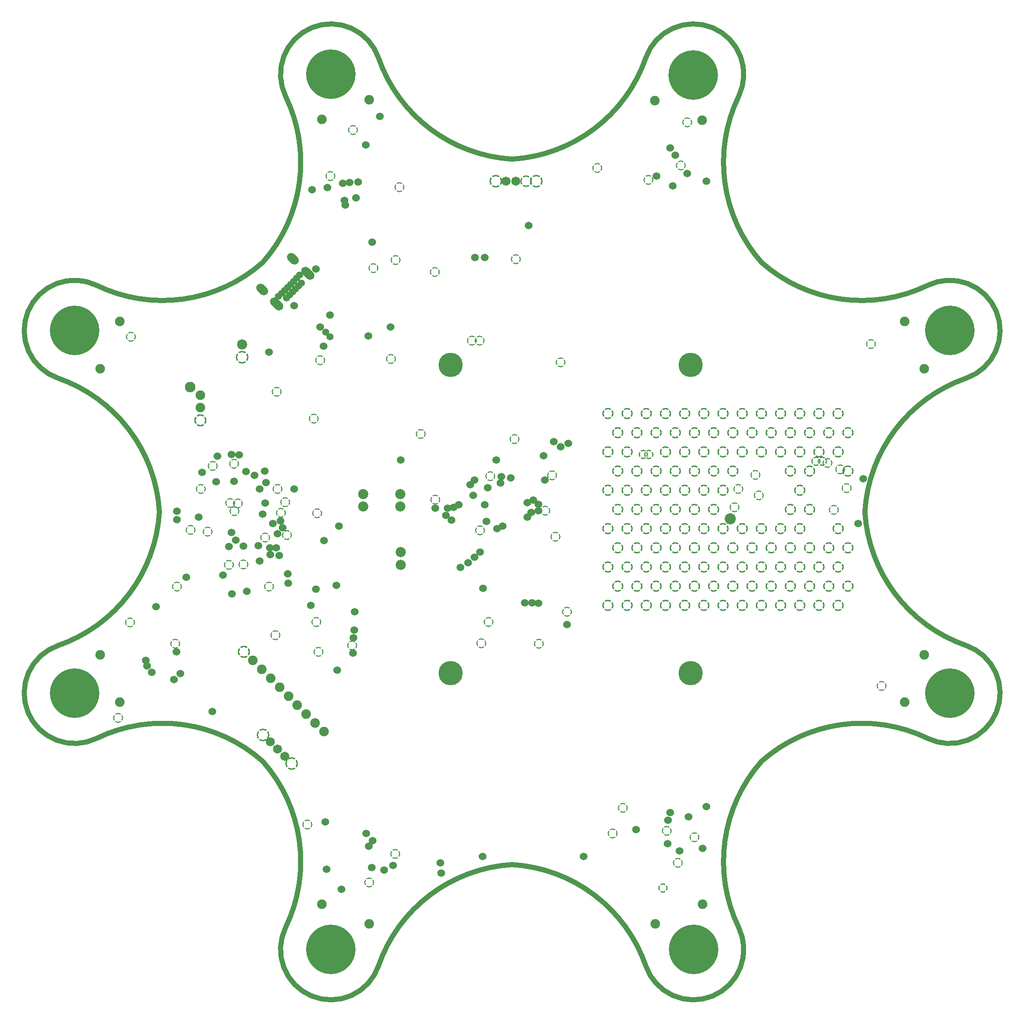
<source format=gbr>
G04*
G04 #@! TF.GenerationSoftware,Altium Limited,Altium Designer,25.8.1 (18)*
G04*
G04 Layer_Physical_Order=4*
G04 Layer_Color=128*
%FSLAX44Y44*%
%MOMM*%
G71*
G04*
G04 #@! TF.SameCoordinates,1712F0CB-3B61-41A3-BC14-C9FE2E182D8B*
G04*
G04*
G04 #@! TF.FilePolarity,Negative*
G04*
G01*
G75*
%ADD147C,1.5240*%
%ADD149C,1.0160*%
%ADD150C,4.8260*%
G04:AMPARAMS|DCode=151|XSize=1.716mm|YSize=3.016mm|CornerRadius=0mm|HoleSize=0mm|Usage=FLASHONLY|Rotation=225.000|XOffset=0mm|YOffset=0mm|HoleType=Round|Shape=Round|*
%AMOVALD151*
21,1,1.3000,1.7160,0.0000,0.0000,315.0*
1,1,1.7160,-0.4596,0.4596*
1,1,1.7160,0.4596,-0.4596*
%
%ADD151OVALD151*%

%ADD152C,1.4160*%
G04:AMPARAMS|DCode=153|XSize=1.716mm|YSize=2.616mm|CornerRadius=0mm|HoleSize=0mm|Usage=FLASHONLY|Rotation=225.000|XOffset=0mm|YOffset=0mm|HoleType=Round|Shape=Round|*
%AMOVALD153*
21,1,0.9000,1.7160,0.0000,0.0000,315.0*
1,1,1.7160,-0.3182,0.3182*
1,1,1.7160,0.3182,-0.3182*
%
%ADD153OVALD153*%

%ADD154C,2.0160*%
%ADD155C,1.8160*%
%ADD156C,1.9160*%
G04:AMPARAMS|DCode=157|XSize=2.324mm|YSize=2.324mm|CornerRadius=0mm|HoleSize=0mm|Usage=FLASHONLY|Rotation=0.000|XOffset=0mm|YOffset=0mm|HoleType=Round|Shape=Relief|Width=0.254mm|Gap=0.254mm|Entries=4|*
%AMTHD157*
7,0,0,2.3240,1.8160,0.2540,45*
%
%ADD157THD157*%
%ADD158C,2.2098*%
%ADD159C,2.1160*%
%ADD160C,9.8160*%
%ADD162C,1.3970*%
G04:AMPARAMS|DCode=163|XSize=2.032mm|YSize=2.032mm|CornerRadius=0mm|HoleSize=0mm|Usage=FLASHONLY|Rotation=0.000|XOffset=0mm|YOffset=0mm|HoleType=Round|Shape=Relief|Width=0.254mm|Gap=0.254mm|Entries=4|*
%AMTHD163*
7,0,0,2.0320,1.5240,0.2540,45*
%
%ADD163THD163*%
G04:AMPARAMS|DCode=164|XSize=2.524mm|YSize=2.524mm|CornerRadius=0mm|HoleSize=0mm|Usage=FLASHONLY|Rotation=0.000|XOffset=0mm|YOffset=0mm|HoleType=Round|Shape=Relief|Width=0.254mm|Gap=0.254mm|Entries=4|*
%AMTHD164*
7,0,0,2.5240,2.0160,0.2540,45*
%
%ADD164THD164*%
G04:AMPARAMS|DCode=165|XSize=2.424mm|YSize=2.424mm|CornerRadius=0mm|HoleSize=0mm|Usage=FLASHONLY|Rotation=0.000|XOffset=0mm|YOffset=0mm|HoleType=Round|Shape=Relief|Width=0.254mm|Gap=0.254mm|Entries=4|*
%AMTHD165*
7,0,0,2.4240,1.9160,0.2540,45*
%
%ADD165THD165*%
G04:AMPARAMS|DCode=166|XSize=2.2352mm|YSize=2.2352mm|CornerRadius=0mm|HoleSize=0mm|Usage=FLASHONLY|Rotation=0.000|XOffset=0mm|YOffset=0mm|HoleType=Round|Shape=Relief|Width=0.254mm|Gap=0.254mm|Entries=4|*
%AMTHD166*
7,0,0,2.2352,1.7272,0.2540,45*
%
%ADD166THD166*%
G04:AMPARAMS|DCode=167|XSize=1.905mm|YSize=1.905mm|CornerRadius=0mm|HoleSize=0mm|Usage=FLASHONLY|Rotation=0.000|XOffset=0mm|YOffset=0mm|HoleType=Round|Shape=Relief|Width=0.254mm|Gap=0.254mm|Entries=4|*
%AMTHD167*
7,0,0,1.9050,1.3970,0.2540,45*
%
%ADD167THD167*%
D147*
X918063Y2456327D02*
D03*
X521771Y1349811D02*
D03*
X509821Y1338580D02*
D03*
X849630Y2280920D02*
D03*
X690880Y1689100D02*
D03*
X1427480Y1040130D02*
D03*
X1531620Y1065530D02*
D03*
X890270Y2400300D02*
D03*
X810260Y1055370D02*
D03*
X1038860Y974090D02*
D03*
X618490Y1602740D02*
D03*
X558800Y1661160D02*
D03*
X647700Y1602930D02*
D03*
X676910Y1604010D02*
D03*
X679450Y1717040D02*
D03*
X593090Y1731004D02*
D03*
X565150Y1750060D02*
D03*
X685800Y1666939D02*
D03*
X514350Y1393190D02*
D03*
X1107440Y2176780D02*
D03*
X1868170Y1648460D02*
D03*
X628650Y1732280D02*
D03*
X1126490Y2176780D02*
D03*
X959597Y1774190D02*
D03*
X1290320Y1447800D02*
D03*
X1245668Y1734596D02*
D03*
X1878330Y1737360D02*
D03*
X1132419Y1719353D02*
D03*
X1130427Y1652188D02*
D03*
X533865Y1541315D02*
D03*
X814070Y2315210D02*
D03*
X1028700Y1678940D02*
D03*
X1210984Y1661160D02*
D03*
X1567180Y2328360D02*
D03*
X836930Y1643380D02*
D03*
X807720Y1614170D02*
D03*
X1162050Y1643380D02*
D03*
X1151193Y1638042D02*
D03*
X1233170Y1686560D02*
D03*
X1223010Y1694550D02*
D03*
X1219238Y1669806D02*
D03*
X1211624Y1690052D02*
D03*
X1052830Y1678940D02*
D03*
X1126523Y1685313D02*
D03*
X1097503Y1725457D02*
D03*
X1106170Y1734820D02*
D03*
X1149418Y1774121D02*
D03*
X652780Y1751330D02*
D03*
X669290Y1743710D02*
D03*
X871220Y2294890D02*
D03*
X848450Y2289900D02*
D03*
X1504950Y2379980D02*
D03*
X1494835Y2393905D02*
D03*
X903785Y1018540D02*
D03*
X896620Y1007110D02*
D03*
X473710Y1483360D02*
D03*
X453390Y1376680D02*
D03*
X632460Y1615440D02*
D03*
X455930Y1365250D02*
D03*
X654050Y1513840D02*
D03*
X465099Y1352271D02*
D03*
X939800Y2038805D02*
D03*
X902970Y2207260D02*
D03*
X800100Y2038350D02*
D03*
X806450Y2000250D02*
D03*
X748030Y2080688D02*
D03*
X698500Y1988820D02*
D03*
X692150Y1729740D02*
D03*
X689610Y1752600D02*
D03*
X725170Y1639570D02*
D03*
X712470Y1600200D02*
D03*
X718820Y1584960D02*
D03*
X1233170Y1673370D02*
D03*
X1074918Y1685372D02*
D03*
X1040130Y953770D02*
D03*
X1567180Y1085850D02*
D03*
X1529080Y2343150D02*
D03*
X783590Y2311400D02*
D03*
X1499870Y2319020D02*
D03*
X1214120Y2240280D02*
D03*
X858520Y2325370D02*
D03*
X515620Y1656080D02*
D03*
X624840Y1508760D02*
D03*
X515620Y1672590D02*
D03*
X891540Y1032510D02*
D03*
X1122680Y986790D02*
D03*
X844550Y2324100D02*
D03*
X1468120Y2338070D02*
D03*
X1323340Y986790D02*
D03*
X927100Y960120D02*
D03*
X902598Y964828D02*
D03*
X1494590Y1074243D02*
D03*
X1490948Y1059180D02*
D03*
X1103984Y1704354D02*
D03*
X1064988Y1680370D02*
D03*
X1060414Y1654809D02*
D03*
X1049739Y1664204D02*
D03*
X1122874Y1519723D02*
D03*
X1078230Y1560830D02*
D03*
X1093470Y1569904D02*
D03*
X1106170Y1581150D02*
D03*
X1117007Y1591673D02*
D03*
X1178560Y1738996D02*
D03*
X1243330Y1783080D02*
D03*
X1220470Y1490980D02*
D03*
X1205859Y1490758D02*
D03*
X1292860Y1807120D02*
D03*
X1277438Y1800677D02*
D03*
X1263650Y1811020D02*
D03*
X1158240Y1728470D02*
D03*
X1159510Y1741170D02*
D03*
X1233126Y1490218D02*
D03*
X841912Y922118D02*
D03*
X868680Y1473200D02*
D03*
X781050Y1485900D02*
D03*
X833959Y1357199D02*
D03*
X831850Y1525270D02*
D03*
X791210Y1517650D02*
D03*
X864870Y1390650D02*
D03*
X866140Y1421130D02*
D03*
X867410Y1436370D02*
D03*
X585470Y1275080D02*
D03*
X748030Y1717040D02*
D03*
X735330Y1548130D02*
D03*
X735926Y1529676D02*
D03*
X679495Y1573575D02*
D03*
X638810Y1784350D02*
D03*
X623570Y1785620D02*
D03*
X895350Y2020570D02*
D03*
X819150Y2062480D02*
D03*
X791210Y2153920D02*
D03*
X607060Y1545590D02*
D03*
X721360Y1653540D02*
D03*
X706120Y1647825D02*
D03*
X595630Y1781810D02*
D03*
X715010Y1628140D02*
D03*
X701040Y1586230D02*
D03*
X699770Y1600200D02*
D03*
X623570Y1630680D02*
D03*
X812800Y961390D02*
D03*
X944880Y969010D02*
D03*
X875030Y2326640D02*
D03*
X1559560Y1003300D02*
D03*
X1513840Y997536D02*
D03*
X1490149Y1012386D02*
D03*
D149*
X279262Y1405815D02*
G03*
X355664Y1221365I32721J-94495D01*
G01*
X279262Y1405815D02*
G03*
X480561Y1671320I-98162J283486D01*
G01*
D02*
G03*
X279262Y1936825I-299461J-17981D01*
G01*
X355664Y2121275D02*
G03*
X279262Y1936825I-43681J-89955D01*
G01*
X355664Y2121275D02*
G03*
X685744Y2166676I131043J269866D01*
G01*
D02*
G03*
X731145Y2496756I-224465J199036D01*
G01*
X915595Y2573158D02*
G03*
X731145Y2496756I-94495J-32721D01*
G01*
X915595Y2573158D02*
G03*
X1181100Y2371859I283486J98162D01*
G01*
X1181100D02*
G03*
X1446605Y2573158I-17981J299461D01*
G01*
X1631055Y2496756D02*
G03*
X1446605Y2573158I-89955J43681D01*
G01*
X1631055Y2496756D02*
G03*
X1676456Y2166676I269866J-131043D01*
G01*
D02*
G03*
X2006536Y2121275I199036J224465D01*
G01*
X2082938Y1936825D02*
G03*
X2006536Y2121275I-32721J94495D01*
G01*
X2082938Y1936825D02*
G03*
X1881639Y1671320I98162J-283486D01*
G01*
D02*
G03*
X2082938Y1405815I299461J17981D01*
G01*
X2006536Y1221365D02*
G03*
X2082938Y1405815I43681J89955D01*
G01*
X2006536Y1221365D02*
G03*
X1676456Y1175964I-131043J-269866D01*
G01*
Y1175964D02*
G03*
X1631055Y845884I224465J-199036D01*
G01*
X1446605Y769482D02*
G03*
X1631055Y845884I94495J32721D01*
G01*
X1446605Y769482D02*
G03*
X1181100Y970781I-283486J-98162D01*
G01*
D02*
G03*
X915595Y769482I17981J-299461D01*
G01*
X731145Y845884D02*
G03*
X915595Y769482I89955J-43681D01*
G01*
X731145Y845884D02*
G03*
X685744Y1175964I-269866J131043D01*
G01*
X685744Y1175964D02*
G03*
X355664Y1221365I-199036J-224465D01*
G01*
D150*
X1535430Y1963420D02*
D03*
X1059180D02*
D03*
Y1351280D02*
D03*
X1535430D02*
D03*
D151*
X774850Y2145014D02*
D03*
X713756Y2083920D02*
D03*
D152*
X756854Y2119947D02*
D03*
X750844Y2113937D02*
D03*
X744833Y2107926D02*
D03*
X738823Y2101916D02*
D03*
X717256Y2099441D02*
D03*
X723266Y2105452D02*
D03*
X729277Y2111462D02*
D03*
X735287Y2117472D02*
D03*
X741298Y2123483D02*
D03*
X747308Y2129493D02*
D03*
X753318Y2135504D02*
D03*
X759329Y2141514D02*
D03*
X732812Y2095906D02*
D03*
X762864Y2125958D02*
D03*
D153*
X745505Y2174359D02*
D03*
X684411Y2113265D02*
D03*
D154*
X645160Y2003660D02*
D03*
X885190Y1681880D02*
D03*
Y1706880D02*
D03*
X959020Y1681680D02*
D03*
Y1706680D02*
D03*
X960120Y1566310D02*
D03*
Y1591310D02*
D03*
D155*
X729152Y1186008D02*
D03*
X1168720Y2327910D02*
D03*
X1188720D02*
D03*
X700868Y1214292D02*
D03*
X715010Y1200150D02*
D03*
D156*
X807515Y1234645D02*
D03*
X789838Y1252322D02*
D03*
X772160Y1270000D02*
D03*
X754482Y1287678D02*
D03*
X736805Y1305355D02*
D03*
X719127Y1323033D02*
D03*
X701449Y1340711D02*
D03*
X683772Y1358388D02*
D03*
X666094Y1376066D02*
D03*
X561510Y1903330D02*
D03*
Y1878330D02*
D03*
X897194Y2489478D02*
D03*
X803327Y2450597D02*
D03*
X362942Y1955226D02*
D03*
X401823Y2049093D02*
D03*
X1999258Y1955226D02*
D03*
X1960377Y2049093D02*
D03*
X1999258Y1387414D02*
D03*
X1960377Y1293547D02*
D03*
X1464417Y2487771D02*
D03*
X1558283Y2448890D02*
D03*
X401823Y1293547D02*
D03*
X362942Y1387414D02*
D03*
X803327Y892043D02*
D03*
X897194Y853162D02*
D03*
X1558873Y892043D02*
D03*
X1465006Y853162D02*
D03*
D157*
X1208720Y2327910D02*
D03*
D158*
X1614170Y1657350D02*
D03*
D159*
X541510Y1919330D02*
D03*
D160*
X821100Y2540437D02*
D03*
X311983Y2031320D02*
D03*
X2050217D02*
D03*
Y1311320D02*
D03*
X1540510Y2538730D02*
D03*
X311983Y1311320D02*
D03*
X821100Y802203D02*
D03*
X1541100D02*
D03*
D162*
X819150Y2019300D02*
D03*
X810465Y2027985D02*
D03*
D163*
X721950Y1669460D02*
D03*
X1893549Y2004714D02*
D03*
X1819910Y1675130D02*
D03*
X1807513Y1768143D02*
D03*
X1832610Y1755907D02*
D03*
X1529080Y2444750D02*
D03*
X1516380Y2359660D02*
D03*
X1845310Y1718310D02*
D03*
X1671320Y1704340D02*
D03*
X1664015Y1744665D02*
D03*
X1630680Y1717040D02*
D03*
X1350190Y2354580D02*
D03*
X1451610Y2330450D02*
D03*
X1277620Y1968500D02*
D03*
X1188720Y2172970D02*
D03*
X1260727Y1744260D02*
D03*
X1186180Y1816100D02*
D03*
X1623060Y1680210D02*
D03*
X1915160Y1325920D02*
D03*
X1543050Y1024890D02*
D03*
X1488440Y1037590D02*
D03*
X1400810Y1083310D02*
D03*
X1380708Y1032292D02*
D03*
X1510030Y974090D02*
D03*
X1247140Y1673860D02*
D03*
X1267460Y1621790D02*
D03*
X1290320Y1473200D02*
D03*
X1234440Y1409700D02*
D03*
X957580Y2316142D02*
D03*
X1027610Y2147390D02*
D03*
X949960Y2171700D02*
D03*
X865277Y2429917D02*
D03*
X905256Y2154936D02*
D03*
X1137420Y1742088D02*
D03*
X1116766Y2011680D02*
D03*
X1101090D02*
D03*
X999490Y1826260D02*
D03*
X1028700Y1695450D02*
D03*
X940240Y1975290D02*
D03*
X820420Y2338070D02*
D03*
X800100Y1972310D02*
D03*
X787400Y1856740D02*
D03*
X424180Y2019300D02*
D03*
X713740Y1910080D02*
D03*
X628650Y1766570D02*
D03*
X586740Y1762760D02*
D03*
X730250Y1690370D02*
D03*
X715010Y1717040D02*
D03*
X793750Y1668780D02*
D03*
X562610Y1717040D02*
D03*
X621030Y1689100D02*
D03*
X636270Y1688120D02*
D03*
X629920Y1672590D02*
D03*
X1117600Y1634413D02*
D03*
X1134319Y1452878D02*
D03*
X792480Y1452880D02*
D03*
X1120140Y1410480D02*
D03*
X948690Y991870D02*
D03*
X896990Y935620D02*
D03*
X863600Y1405890D02*
D03*
X796290Y1393190D02*
D03*
X734060Y1625600D02*
D03*
X542293Y1635760D02*
D03*
X576580Y1631950D02*
D03*
X690880Y1620520D02*
D03*
X647700Y1567180D02*
D03*
X618490Y1566101D02*
D03*
X774700Y1050290D02*
D03*
X711245Y1426165D02*
D03*
X697837Y1522730D02*
D03*
X515620D02*
D03*
X511804Y1409700D02*
D03*
X421788Y1451400D02*
D03*
X398428Y1262380D02*
D03*
D164*
X1228720Y2327910D02*
D03*
X1148720D02*
D03*
X645160Y1978660D02*
D03*
X743294Y1171866D02*
D03*
X686726Y1228434D02*
D03*
D165*
X561510Y1853330D02*
D03*
X648416Y1393744D02*
D03*
D166*
X1733550Y1752600D02*
D03*
Y1676400D02*
D03*
X1828800Y1866900D02*
D03*
X1847850Y1828800D02*
D03*
X1809750D02*
D03*
X1790700Y1790700D02*
D03*
X1752600Y1866900D02*
D03*
X1790700D02*
D03*
X1714500D02*
D03*
X1695450Y1828800D02*
D03*
X1771650D02*
D03*
X1752600Y1790700D02*
D03*
X1733550Y1828800D02*
D03*
X1714500Y1790700D02*
D03*
X1828800D02*
D03*
X1847850Y1752600D02*
D03*
X1771650D02*
D03*
X1600200Y1866900D02*
D03*
X1638300D02*
D03*
X1524000D02*
D03*
X1562100D02*
D03*
X1485900D02*
D03*
X1676400D02*
D03*
X1657350Y1828800D02*
D03*
X1619250D02*
D03*
X1600200Y1790700D02*
D03*
X1638300D02*
D03*
X1676400D02*
D03*
X1581150Y1752600D02*
D03*
X1619250D02*
D03*
X1543050Y1828800D02*
D03*
X1581150D02*
D03*
X1504950D02*
D03*
X1524000Y1790700D02*
D03*
X1562100D02*
D03*
X1543050Y1752600D02*
D03*
X1504950D02*
D03*
X1752600Y1714500D02*
D03*
X1562100D02*
D03*
X1485900D02*
D03*
X1524000D02*
D03*
X1600200D02*
D03*
X1447800Y1866900D02*
D03*
X1409700D02*
D03*
X1466850Y1828800D02*
D03*
X1485900Y1790700D02*
D03*
X1428750Y1828800D02*
D03*
X1409700Y1790700D02*
D03*
X1390650Y1752600D02*
D03*
X1428750D02*
D03*
X1390650Y1828800D02*
D03*
X1371600Y1790700D02*
D03*
Y1866900D02*
D03*
X1466850Y1752600D02*
D03*
X1409700Y1714500D02*
D03*
X1447800D02*
D03*
X1371600D02*
D03*
X1771650Y1676400D02*
D03*
X1714500Y1638300D02*
D03*
X1676400D02*
D03*
X1828800D02*
D03*
X1847850Y1600200D02*
D03*
X1771650D02*
D03*
X1809750D02*
D03*
X1828800Y1562100D02*
D03*
X1847850Y1524000D02*
D03*
X1752600Y1562100D02*
D03*
X1790700D02*
D03*
X1752600Y1638300D02*
D03*
X1733550Y1600200D02*
D03*
X1657350D02*
D03*
X1695450D02*
D03*
X1714500Y1562100D02*
D03*
X1695450Y1524000D02*
D03*
X1676400Y1562100D02*
D03*
X1543050Y1676400D02*
D03*
X1581150D02*
D03*
X1600200Y1638300D02*
D03*
X1638300D02*
D03*
X1524000D02*
D03*
X1562100D02*
D03*
X1466850Y1676400D02*
D03*
X1504950D02*
D03*
X1390650D02*
D03*
X1428750D02*
D03*
X1447800Y1638300D02*
D03*
X1485900D02*
D03*
X1409700D02*
D03*
X1390650Y1600200D02*
D03*
X1581150D02*
D03*
X1619250D02*
D03*
X1543050D02*
D03*
X1600200Y1562100D02*
D03*
X1638300D02*
D03*
X1524000D02*
D03*
X1562100D02*
D03*
X1466850Y1600200D02*
D03*
X1504950D02*
D03*
X1428750D02*
D03*
X1409700Y1562100D02*
D03*
X1447800D02*
D03*
X1485900D02*
D03*
X1390650Y1524000D02*
D03*
X1771650D02*
D03*
X1809750D02*
D03*
X1733550D02*
D03*
X1676400Y1485900D02*
D03*
X1790700D02*
D03*
X1828800D02*
D03*
X1714500D02*
D03*
X1752600D02*
D03*
X1619250Y1524000D02*
D03*
X1657350D02*
D03*
X1543050D02*
D03*
X1581150D02*
D03*
X1600200Y1485900D02*
D03*
X1638300D02*
D03*
X1524000D02*
D03*
X1562100D02*
D03*
X1466850Y1524000D02*
D03*
X1504950D02*
D03*
X1428750D02*
D03*
X1447800Y1485900D02*
D03*
X1485900D02*
D03*
X1409700D02*
D03*
X1371600Y1638300D02*
D03*
Y1562100D02*
D03*
Y1485900D02*
D03*
D167*
X1797050Y1771650D02*
D03*
X1784350D02*
D03*
X1441450Y1785620D02*
D03*
X1452880D02*
D03*
X1480820Y924560D02*
D03*
M02*

</source>
